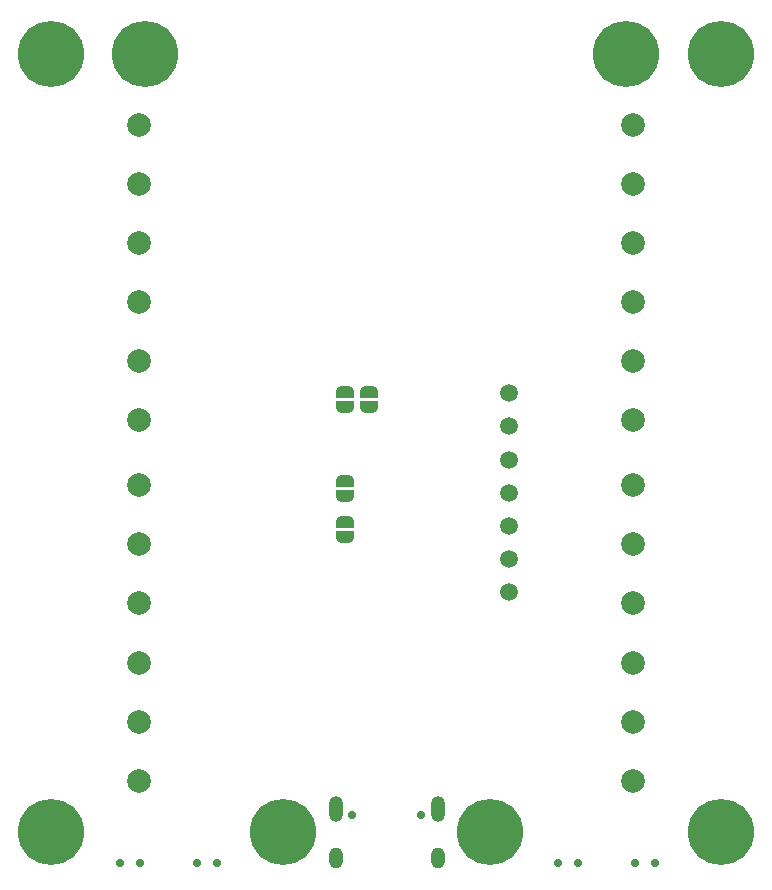
<source format=gbr>
%TF.GenerationSoftware,KiCad,Pcbnew,(6.0.9-0)*%
%TF.CreationDate,2022-11-16T22:57:41+01:00*%
%TF.ProjectId,GlowCore,476c6f77-436f-4726-952e-6b696361645f,rev?*%
%TF.SameCoordinates,Original*%
%TF.FileFunction,Soldermask,Bot*%
%TF.FilePolarity,Negative*%
%FSLAX46Y46*%
G04 Gerber Fmt 4.6, Leading zero omitted, Abs format (unit mm)*
G04 Created by KiCad (PCBNEW (6.0.9-0)) date 2022-11-16 22:57:41*
%MOMM*%
%LPD*%
G01*
G04 APERTURE LIST*
G04 Aperture macros list*
%AMFreePoly0*
4,1,22,0.500000,-0.750000,0.000000,-0.750000,0.000000,-0.745033,-0.079941,-0.743568,-0.215256,-0.701293,-0.333266,-0.622738,-0.424486,-0.514219,-0.481581,-0.384460,-0.499164,-0.250000,-0.500000,-0.250000,-0.500000,0.250000,-0.499164,0.250000,-0.499963,0.256109,-0.478152,0.396186,-0.417904,0.524511,-0.324060,0.630769,-0.204165,0.706417,-0.067858,0.745374,0.000000,0.744959,0.000000,0.750000,
0.500000,0.750000,0.500000,-0.750000,0.500000,-0.750000,$1*%
%AMFreePoly1*
4,1,20,0.000000,0.744959,0.073905,0.744508,0.209726,0.703889,0.328688,0.626782,0.421226,0.519385,0.479903,0.390333,0.500000,0.250000,0.500000,-0.250000,0.499851,-0.262216,0.476331,-0.402017,0.414519,-0.529596,0.319384,-0.634700,0.198574,-0.708877,0.061801,-0.746166,0.000000,-0.745033,0.000000,-0.750000,-0.500000,-0.750000,-0.500000,0.750000,0.000000,0.750000,0.000000,0.744959,
0.000000,0.744959,$1*%
G04 Aperture macros list end*
%ADD10C,2.000000*%
%ADD11C,0.700025*%
%ADD12C,5.600000*%
%ADD13O,1.200000X2.200000*%
%ADD14O,1.200000X1.800000*%
%ADD15C,1.500000*%
%ADD16FreePoly0,270.000000*%
%ADD17FreePoly1,270.000000*%
%ADD18FreePoly0,90.000000*%
%ADD19FreePoly1,90.000000*%
G04 APERTURE END LIST*
D10*
%TO.C,P2*%
X123750451Y-104450000D03*
X123750451Y-109451270D03*
X123750451Y-114450000D03*
X123750451Y-119451270D03*
X123750451Y-124450000D03*
X123750451Y-129451270D03*
%TD*%
D11*
%TO.C,SW2*%
X159195260Y-136409868D03*
X160895286Y-136409868D03*
%TD*%
D12*
%TO.C,H4*%
X116300000Y-133761200D03*
%TD*%
D10*
%TO.C,P1*%
X123750451Y-73900000D03*
X123750451Y-78901270D03*
X123750451Y-83900000D03*
X123750451Y-88901270D03*
X123750451Y-93900000D03*
X123750451Y-98901270D03*
%TD*%
D12*
%TO.C,H2*%
X172987800Y-67900000D03*
%TD*%
%TO.C,H8*%
X135915400Y-133761200D03*
%TD*%
%TO.C,H7*%
X164947600Y-67900000D03*
%TD*%
%TO.C,H6*%
X124231400Y-67900000D03*
%TD*%
%TO.C,H1*%
X116300000Y-67947460D03*
%TD*%
D11*
%TO.C,USB1*%
X147560018Y-132332535D03*
X141779982Y-132332535D03*
D13*
X140349959Y-131832408D03*
X148990041Y-131832408D03*
D14*
X148990041Y-136012494D03*
X140349959Y-136012494D03*
%TD*%
D10*
%TO.C,P4*%
X165555549Y-98900000D03*
X165555549Y-93898730D03*
X165555549Y-88900000D03*
X165555549Y-83898730D03*
X165555549Y-78900000D03*
X165555549Y-73898730D03*
%TD*%
D12*
%TO.C,H3*%
X172987800Y-133761200D03*
%TD*%
D11*
%TO.C,SW1*%
X167391486Y-136435268D03*
X165691460Y-136435268D03*
%TD*%
%TO.C,SW3*%
X123785886Y-136435268D03*
X122085860Y-136435268D03*
%TD*%
D12*
%TO.C,H5*%
X153466800Y-133761200D03*
%TD*%
D10*
%TO.C,P3*%
X165555549Y-129450000D03*
X165555549Y-124448730D03*
X165555549Y-119450000D03*
X165555549Y-114448730D03*
X165555549Y-109450000D03*
X165555549Y-104448730D03*
%TD*%
D11*
%TO.C,SW4*%
X130297486Y-136435268D03*
X128597460Y-136435268D03*
%TD*%
D15*
%TO.C,TP1*%
X155041600Y-96647000D03*
%TD*%
D16*
%TO.C,JP1*%
X141147800Y-107528600D03*
D17*
X141147800Y-108828600D03*
%TD*%
D15*
%TO.C,TP6*%
X155041600Y-110687555D03*
%TD*%
%TO.C,TP2*%
X155041600Y-107879444D03*
%TD*%
%TO.C,TP3*%
X155041600Y-99455111D03*
%TD*%
%TO.C,TP5*%
X155041600Y-105071333D03*
%TD*%
D16*
%TO.C,JP5*%
X141147800Y-104074200D03*
D17*
X141147800Y-105374200D03*
%TD*%
D15*
%TO.C,TP7*%
X155041600Y-113495668D03*
%TD*%
D18*
%TO.C,JP3*%
X141147800Y-97805000D03*
D19*
X141147800Y-96505000D03*
%TD*%
D15*
%TO.C,TP4*%
X155041600Y-102263222D03*
%TD*%
D18*
%TO.C,JP2*%
X143154400Y-97805000D03*
D19*
X143154400Y-96505000D03*
%TD*%
M02*

</source>
